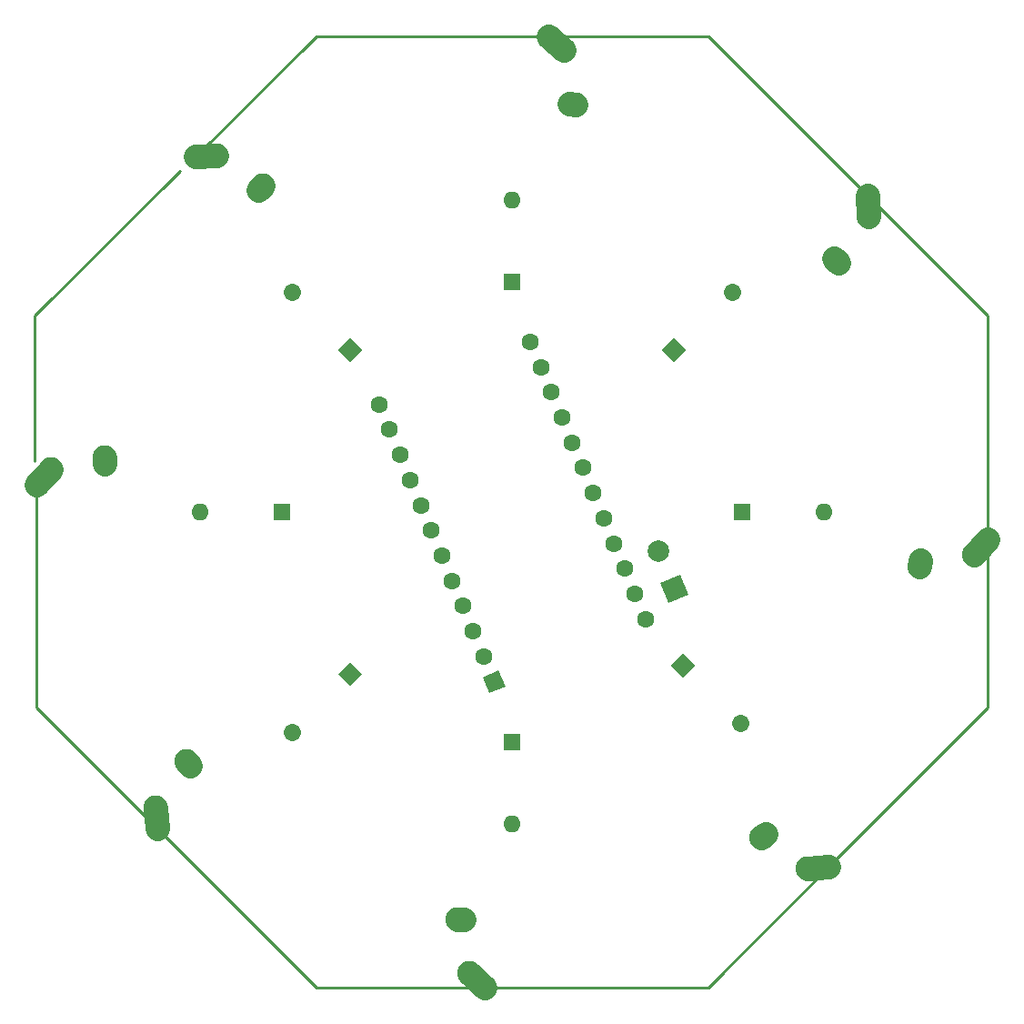
<source format=gbr>
G04 #@! TF.GenerationSoftware,KiCad,Pcbnew,(5.1.5)-3*
G04 #@! TF.CreationDate,2020-04-20T09:44:32-04:00*
G04 #@! TF.ProjectId,OctoPad,4f63746f-5061-4642-9e6b-696361645f70,rev?*
G04 #@! TF.SameCoordinates,Original*
G04 #@! TF.FileFunction,Copper,L1,Top*
G04 #@! TF.FilePolarity,Positive*
%FSLAX46Y46*%
G04 Gerber Fmt 4.6, Leading zero omitted, Abs format (unit mm)*
G04 Created by KiCad (PCBNEW (5.1.5)-3) date 2020-04-20 09:44:32*
%MOMM*%
%LPD*%
G04 APERTURE LIST*
%ADD10C,0.250000*%
%ADD11C,1.998980*%
%ADD12C,0.100000*%
%ADD13C,2.250000*%
%ADD14C,2.250000*%
%ADD15C,1.600000*%
%ADD16C,1.600000*%
%ADD17O,1.600000X1.600000*%
%ADD18R,1.600000X1.600000*%
G04 APERTURE END LIST*
D10*
X128587500Y-82550000D02*
X115093750Y-96043750D01*
X115093750Y-109537500D02*
X115093750Y-96043750D01*
D11*
X173166976Y-117923769D03*
G04 #@! TA.AperFunction,ComponentPad*
D12*
G36*
X175930897Y-121984670D02*
G01*
X174084080Y-122749647D01*
X173319103Y-120902830D01*
X175165920Y-120137853D01*
X175930897Y-121984670D01*
G37*
G04 #@! TD.AperFunction*
D13*
X202525000Y-118300000D03*
D14*
X203835000Y-116840000D02*
X202524998Y-118300000D01*
D13*
X197485000Y-119380000D03*
D14*
X197525000Y-118800000D02*
X197485000Y-119380000D01*
D15*
X171929800Y-124290549D03*
X170957784Y-121943895D03*
X169985768Y-119597241D03*
X169013752Y-117250587D03*
X168041736Y-114903933D03*
X167069720Y-112557279D03*
X166097704Y-110210625D03*
X165125688Y-107863971D03*
X164153672Y-105517317D03*
X163181656Y-103170663D03*
X162209640Y-100824009D03*
X161237624Y-98477355D03*
X147157700Y-104309451D03*
X148129716Y-106656105D03*
X149101732Y-109002759D03*
X150073748Y-111349413D03*
X151045764Y-113696067D03*
X152017780Y-116042721D03*
X152989796Y-118389375D03*
X153961812Y-120736029D03*
X154933828Y-123082683D03*
X155905844Y-125429337D03*
X156877860Y-127775991D03*
G04 #@! TA.AperFunction,ComponentPad*
D12*
G36*
X158895126Y-130555602D02*
G01*
X157416919Y-131167895D01*
X156804626Y-129689688D01*
X158282833Y-129077395D01*
X158895126Y-130555602D01*
G37*
G04 #@! TD.AperFunction*
D13*
X187058090Y-147471194D03*
D14*
X189016776Y-147365128D02*
X187058090Y-147471192D01*
D13*
X182730596Y-144671051D03*
D14*
X183169003Y-144289214D02*
X182730597Y-144671052D01*
D13*
X192714944Y-86785660D03*
D14*
X192608878Y-84826974D02*
X192714942Y-86785660D01*
D13*
X189914801Y-91113154D03*
D14*
X189532964Y-90674747D02*
X189914802Y-91113153D01*
D13*
X164337500Y-71318750D03*
D14*
X162877500Y-70008750D02*
X164337500Y-71318752D01*
D13*
X165417500Y-76358750D03*
D14*
X164837500Y-76318750D02*
X165417500Y-76358750D01*
D13*
X132029410Y-81128806D03*
D14*
X130070724Y-81234872D02*
X132029410Y-81128808D01*
D13*
X136356904Y-83928949D03*
D14*
X135918497Y-84310786D02*
X136356903Y-83928948D01*
D13*
X116562500Y-110300000D03*
D14*
X115252500Y-111760000D02*
X116562502Y-110300000D01*
D13*
X121602500Y-109220000D03*
D14*
X121562500Y-109800000D02*
X121602500Y-109220000D01*
D13*
X126372556Y-141814340D03*
D14*
X126478622Y-143773026D02*
X126372558Y-141814340D01*
D13*
X129172699Y-137486846D03*
D14*
X129554536Y-137925253D02*
X129172698Y-137486847D01*
D13*
X155543750Y-157281250D03*
D14*
X157003750Y-158591250D02*
X155543750Y-157281248D01*
D13*
X154463750Y-152241250D03*
D14*
X155043750Y-152281250D02*
X154463750Y-152241250D01*
D16*
X180806904Y-133975654D02*
X180806904Y-133975654D01*
G04 #@! TA.AperFunction,ComponentPad*
D12*
G36*
X174287379Y-128587500D02*
G01*
X175418750Y-127456129D01*
X176550121Y-128587500D01*
X175418750Y-129718871D01*
X174287379Y-128587500D01*
G37*
G04 #@! TD.AperFunction*
D17*
X188595000Y-114300000D03*
D18*
X180975000Y-114300000D03*
D16*
X180013154Y-93830596D02*
X180013154Y-93830596D01*
G04 #@! TA.AperFunction,ComponentPad*
D12*
G36*
X174625000Y-100350121D02*
G01*
X173493629Y-99218750D01*
X174625000Y-98087379D01*
X175756371Y-99218750D01*
X174625000Y-100350121D01*
G37*
G04 #@! TD.AperFunction*
D17*
X159543750Y-85248750D03*
D18*
X159543750Y-92868750D03*
D16*
X139074346Y-93830596D02*
X139074346Y-93830596D01*
G04 #@! TA.AperFunction,ComponentPad*
D12*
G36*
X145593871Y-99218750D02*
G01*
X144462500Y-100350121D01*
X143331129Y-99218750D01*
X144462500Y-98087379D01*
X145593871Y-99218750D01*
G37*
G04 #@! TD.AperFunction*
D17*
X130492500Y-114300000D03*
D18*
X138112500Y-114300000D03*
D16*
X139074346Y-134769404D02*
X139074346Y-134769404D01*
G04 #@! TA.AperFunction,ComponentPad*
D12*
G36*
X144462500Y-128249879D02*
G01*
X145593871Y-129381250D01*
X144462500Y-130512621D01*
X143331129Y-129381250D01*
X144462500Y-128249879D01*
G37*
G04 #@! TD.AperFunction*
D17*
X159543750Y-143351250D03*
D18*
X159543750Y-135731250D03*
D10*
X141296846Y-70008750D02*
X162877500Y-70008750D01*
X130070724Y-81234872D02*
X141296846Y-70008750D01*
X177790654Y-70008750D02*
X192608878Y-84826974D01*
X162877500Y-70008750D02*
X177790654Y-70008750D01*
X203835000Y-96053096D02*
X203835000Y-116840000D01*
X192608878Y-84826974D02*
X203835000Y-96053096D01*
X203835000Y-132546904D02*
X189016776Y-147365128D01*
X203835000Y-116840000D02*
X203835000Y-132546904D01*
X177790654Y-158591250D02*
X157003750Y-158591250D01*
X189016776Y-147365128D02*
X177790654Y-158591250D01*
X141296846Y-158591250D02*
X126478622Y-143773026D01*
X157003750Y-158591250D02*
X141296846Y-158591250D01*
X115252500Y-132546904D02*
X115252500Y-111760000D01*
X126478622Y-143773026D02*
X115252500Y-132546904D01*
M02*

</source>
